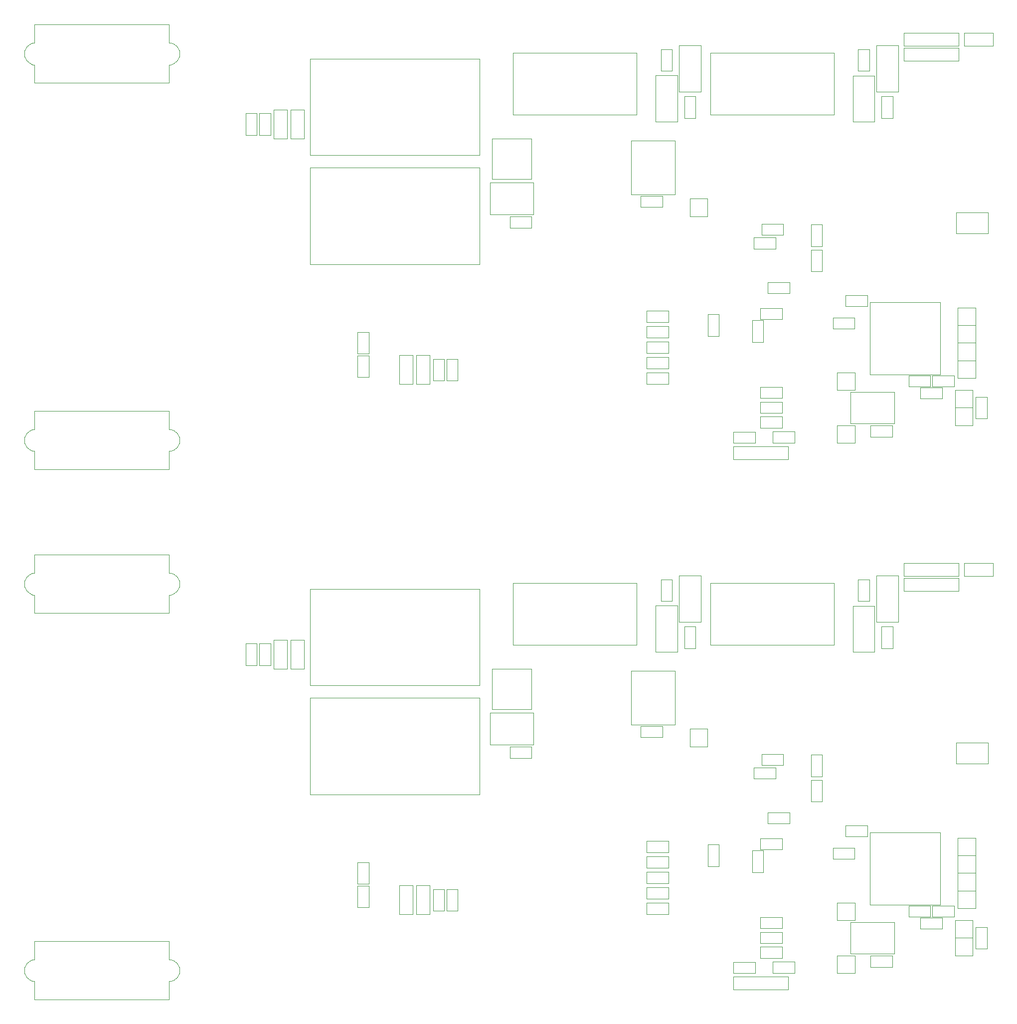
<source format=gbr>
G04 #@! TF.GenerationSoftware,KiCad,Pcbnew,5.1.4*
G04 #@! TF.CreationDate,2019-10-29T22:35:46-03:00*
G04 #@! TF.ProjectId,MCB19_panel,4d434231-395f-4706-916e-656c2e6b6963,rev?*
G04 #@! TF.SameCoordinates,Original*
G04 #@! TF.FileFunction,Other,User*
%FSLAX46Y46*%
G04 Gerber Fmt 4.6, Leading zero omitted, Abs format (unit mm)*
G04 Created by KiCad (PCBNEW 5.1.4) date 2019-10-29 22:35:46*
%MOMM*%
%LPD*%
G04 APERTURE LIST*
%ADD10C,0.050000*%
G04 APERTURE END LIST*
D10*
X168255000Y-162410000D02*
X168255000Y-164310000D01*
X168255000Y-164310000D02*
X171955000Y-164310000D01*
X171955000Y-164310000D02*
X171955000Y-162410000D01*
X171955000Y-162410000D02*
X168255000Y-162410000D01*
X110060000Y-128250000D02*
X107820000Y-128250000D01*
X107820000Y-128250000D02*
X107820000Y-133150000D01*
X107820000Y-133150000D02*
X110060000Y-133150000D01*
X110060000Y-133150000D02*
X110060000Y-128250000D01*
X149080000Y-140660000D02*
X149080000Y-146060000D01*
X149080000Y-146060000D02*
X141680000Y-146060000D01*
X141680000Y-146060000D02*
X141680000Y-140660000D01*
X141680000Y-140660000D02*
X149080000Y-140660000D01*
X168255000Y-167660000D02*
X168255000Y-169560000D01*
X168255000Y-169560000D02*
X171955000Y-169560000D01*
X171955000Y-169560000D02*
X171955000Y-167660000D01*
X171955000Y-167660000D02*
X168255000Y-167660000D01*
X107190000Y-128250000D02*
X104950000Y-128250000D01*
X104950000Y-128250000D02*
X104950000Y-133150000D01*
X104950000Y-133150000D02*
X107190000Y-133150000D01*
X107190000Y-133150000D02*
X107190000Y-128250000D01*
X64290000Y-179410000D02*
X64290000Y-182510000D01*
X87190000Y-179410000D02*
X64290000Y-179410000D01*
X64290000Y-189310000D02*
X87190000Y-189310000D01*
X64290000Y-186210000D02*
X64290000Y-189310000D01*
X87190000Y-186210000D02*
X87190000Y-189310000D01*
X87190000Y-182510000D02*
X87190000Y-179410000D01*
X87190000Y-186210000D02*
X87440000Y-186210000D01*
X88890000Y-183910000D02*
X88890000Y-184810000D01*
X88890000Y-184810000D02*
X88490000Y-185610000D01*
X88490000Y-185610000D02*
X87790000Y-186110000D01*
X87790000Y-186110000D02*
X87440000Y-186210000D01*
X87190000Y-182510000D02*
X87440000Y-182510000D01*
X87440000Y-182510000D02*
X87790000Y-182610000D01*
X87790000Y-182610000D02*
X88490000Y-183110000D01*
X88490000Y-183110000D02*
X88890000Y-183910000D01*
X64290000Y-186210000D02*
X64040000Y-186210000D01*
X64040000Y-186210000D02*
X63690000Y-186110000D01*
X63690000Y-186110000D02*
X62990000Y-185610000D01*
X62590000Y-184810000D02*
X62590000Y-183910000D01*
X62990000Y-183110000D02*
X63690000Y-182610000D01*
X63690000Y-182610000D02*
X64040000Y-182510000D01*
X64040000Y-182510000D02*
X64290000Y-182510000D01*
X62990000Y-183110000D02*
X62590000Y-183910000D01*
X62590000Y-184810000D02*
X62990000Y-185610000D01*
X142030000Y-133160000D02*
X142030000Y-140060000D01*
X142030000Y-140060000D02*
X148730000Y-140060000D01*
X148730000Y-140060000D02*
X148730000Y-133160000D01*
X148730000Y-133160000D02*
X142030000Y-133160000D01*
X102090000Y-128900000D02*
X100190000Y-128900000D01*
X100190000Y-128900000D02*
X100190000Y-132600000D01*
X100190000Y-132600000D02*
X102090000Y-132600000D01*
X102090000Y-132600000D02*
X102090000Y-128900000D01*
X203630000Y-175860000D02*
X203630000Y-172860000D01*
X203630000Y-175860000D02*
X200630000Y-175860000D01*
X200630000Y-172860000D02*
X203630000Y-172860000D01*
X200630000Y-172860000D02*
X200630000Y-175860000D01*
X224130000Y-170860000D02*
X224130000Y-167860000D01*
X224130000Y-170860000D02*
X221130000Y-170860000D01*
X221130000Y-167860000D02*
X224130000Y-167860000D01*
X221130000Y-167860000D02*
X221130000Y-170860000D01*
X224130000Y-167860000D02*
X224130000Y-164860000D01*
X224130000Y-167860000D02*
X221130000Y-167860000D01*
X221130000Y-164860000D02*
X224130000Y-164860000D01*
X221130000Y-164860000D02*
X221130000Y-167860000D01*
X203630000Y-184860000D02*
X203630000Y-181860000D01*
X203630000Y-184860000D02*
X200630000Y-184860000D01*
X200630000Y-181860000D02*
X203630000Y-181860000D01*
X200630000Y-181860000D02*
X200630000Y-184860000D01*
X178630000Y-143360000D02*
X175630000Y-143360000D01*
X178630000Y-143360000D02*
X178630000Y-146360000D01*
X175630000Y-146360000D02*
X175630000Y-143360000D01*
X175630000Y-146360000D02*
X178630000Y-146360000D01*
X223630000Y-175860000D02*
X220630000Y-175860000D01*
X223630000Y-175860000D02*
X223630000Y-178860000D01*
X220630000Y-178860000D02*
X220630000Y-175860000D01*
X220630000Y-178860000D02*
X223630000Y-178860000D01*
X220630000Y-181860000D02*
X223630000Y-181860000D01*
X220630000Y-181860000D02*
X220630000Y-178860000D01*
X223630000Y-178860000D02*
X223630000Y-181860000D01*
X223630000Y-178860000D02*
X220630000Y-178860000D01*
X224130000Y-164860000D02*
X224130000Y-161860000D01*
X224130000Y-164860000D02*
X221130000Y-164860000D01*
X221130000Y-161860000D02*
X224130000Y-161860000D01*
X221130000Y-161860000D02*
X221130000Y-164860000D01*
X224130000Y-173860000D02*
X224130000Y-170860000D01*
X224130000Y-173860000D02*
X221130000Y-173860000D01*
X221130000Y-170860000D02*
X224130000Y-170860000D01*
X221130000Y-170860000D02*
X221130000Y-173860000D01*
X191306000Y-175314000D02*
X187606000Y-175314000D01*
X191306000Y-177214000D02*
X191306000Y-175314000D01*
X187606000Y-177214000D02*
X191306000Y-177214000D01*
X187606000Y-175314000D02*
X187606000Y-177214000D01*
X191306000Y-177854000D02*
X187606000Y-177854000D01*
X191306000Y-179754000D02*
X191306000Y-177854000D01*
X187606000Y-179754000D02*
X191306000Y-179754000D01*
X187606000Y-177854000D02*
X187606000Y-179754000D01*
X193400000Y-182910000D02*
X189700000Y-182910000D01*
X193400000Y-184810000D02*
X193400000Y-182910000D01*
X189700000Y-184810000D02*
X193400000Y-184810000D01*
X189700000Y-182910000D02*
X189700000Y-184810000D01*
X226080000Y-180710000D02*
X226080000Y-177010000D01*
X224180000Y-180710000D02*
X226080000Y-180710000D01*
X224180000Y-177010000D02*
X224180000Y-180710000D01*
X226080000Y-177010000D02*
X224180000Y-177010000D01*
X206280000Y-183810000D02*
X209980000Y-183810000D01*
X206280000Y-181910000D02*
X206280000Y-183810000D01*
X209980000Y-181910000D02*
X206280000Y-181910000D01*
X209980000Y-183810000D02*
X209980000Y-181910000D01*
X220480000Y-173410000D02*
X216780000Y-173410000D01*
X220480000Y-175310000D02*
X220480000Y-173410000D01*
X216780000Y-175310000D02*
X220480000Y-175310000D01*
X216780000Y-173410000D02*
X216780000Y-175310000D01*
X202900000Y-176160000D02*
X210360000Y-176160000D01*
X202900000Y-181560000D02*
X210360000Y-181560000D01*
X210360000Y-181560000D02*
X210360000Y-176160000D01*
X202900000Y-181560000D02*
X202900000Y-176160000D01*
X211980000Y-115260000D02*
X211980000Y-117460000D01*
X221280000Y-115260000D02*
X211980000Y-115260000D01*
X221280000Y-117460000D02*
X221280000Y-115260000D01*
X211980000Y-117460000D02*
X221280000Y-117460000D01*
X192330000Y-187610000D02*
X192330000Y-185410000D01*
X183030000Y-187610000D02*
X192330000Y-187610000D01*
X183030000Y-185410000D02*
X183030000Y-187610000D01*
X192330000Y-185410000D02*
X183030000Y-185410000D01*
X174680000Y-125985000D02*
X174680000Y-129685000D01*
X176580000Y-125985000D02*
X174680000Y-125985000D01*
X176580000Y-129685000D02*
X176580000Y-125985000D01*
X174680000Y-129685000D02*
X176580000Y-129685000D01*
X172580000Y-121710000D02*
X172580000Y-118010000D01*
X170680000Y-121710000D02*
X172580000Y-121710000D01*
X170680000Y-118010000D02*
X170680000Y-121710000D01*
X172580000Y-118010000D02*
X170680000Y-118010000D01*
X183030000Y-184860000D02*
X186730000Y-184860000D01*
X183030000Y-182960000D02*
X183030000Y-184860000D01*
X186730000Y-182960000D02*
X183030000Y-182960000D01*
X186730000Y-184860000D02*
X186730000Y-182960000D01*
X187606000Y-163879000D02*
X191306000Y-163879000D01*
X187606000Y-161979000D02*
X187606000Y-163879000D01*
X191306000Y-161979000D02*
X187606000Y-161979000D01*
X191306000Y-163879000D02*
X191306000Y-161979000D01*
X192576000Y-157534000D02*
X188876000Y-157534000D01*
X192576000Y-159434000D02*
X192576000Y-157534000D01*
X188876000Y-159434000D02*
X192576000Y-159434000D01*
X188876000Y-157534000D02*
X188876000Y-159434000D01*
X178680000Y-163010000D02*
X178680000Y-166710000D01*
X180580000Y-163010000D02*
X178680000Y-163010000D01*
X180580000Y-166710000D02*
X180580000Y-163010000D01*
X178680000Y-166710000D02*
X180580000Y-166710000D01*
X186180000Y-164010000D02*
X186180000Y-167710000D01*
X188080000Y-164010000D02*
X186180000Y-164010000D01*
X188080000Y-167710000D02*
X188080000Y-164010000D01*
X186180000Y-167710000D02*
X188080000Y-167710000D01*
X214780000Y-177310000D02*
X218480000Y-177310000D01*
X214780000Y-175410000D02*
X214780000Y-177310000D01*
X218480000Y-175410000D02*
X214780000Y-175410000D01*
X218480000Y-177310000D02*
X218480000Y-175410000D01*
X205754000Y-159776000D02*
X202054000Y-159776000D01*
X205754000Y-161676000D02*
X205754000Y-159776000D01*
X202054000Y-161676000D02*
X205754000Y-161676000D01*
X202054000Y-159776000D02*
X202054000Y-161676000D01*
X199904000Y-165486000D02*
X203604000Y-165486000D01*
X199904000Y-163586000D02*
X199904000Y-165486000D01*
X203604000Y-163586000D02*
X199904000Y-163586000D01*
X203604000Y-165486000D02*
X203604000Y-163586000D01*
X212780000Y-175310000D02*
X216480000Y-175310000D01*
X212780000Y-173410000D02*
X212780000Y-175310000D01*
X216480000Y-173410000D02*
X212780000Y-173410000D01*
X216480000Y-175310000D02*
X216480000Y-173410000D01*
X198080000Y-151475000D02*
X198080000Y-147775000D01*
X196180000Y-151475000D02*
X198080000Y-151475000D01*
X196180000Y-147775000D02*
X196180000Y-151475000D01*
X198080000Y-147775000D02*
X196180000Y-147775000D01*
X227080000Y-115240000D02*
X222180000Y-115240000D01*
X227080000Y-117480000D02*
X227080000Y-115240000D01*
X222180000Y-117480000D02*
X227080000Y-117480000D01*
X222180000Y-115240000D02*
X222180000Y-117480000D01*
X220880000Y-149260000D02*
X226280000Y-149260000D01*
X226280000Y-149260000D02*
X226280000Y-145760000D01*
X226280000Y-145760000D02*
X220880000Y-145760000D01*
X220880000Y-145760000D02*
X220880000Y-149260000D01*
X145604000Y-118610000D02*
X166564000Y-118610000D01*
X166564000Y-118610000D02*
X166564000Y-129110000D01*
X166564000Y-129110000D02*
X145604000Y-129110000D01*
X145604000Y-129110000D02*
X145604000Y-118610000D01*
X169780000Y-130280000D02*
X173480000Y-130280000D01*
X173480000Y-130280000D02*
X173480000Y-122440000D01*
X173480000Y-122440000D02*
X169780000Y-122440000D01*
X169780000Y-122440000D02*
X169780000Y-130280000D01*
X177480000Y-125230000D02*
X177480000Y-117390000D01*
X173780000Y-125230000D02*
X177480000Y-125230000D01*
X173780000Y-117390000D02*
X173780000Y-125230000D01*
X177480000Y-117390000D02*
X173780000Y-117390000D01*
X190155000Y-149960000D02*
X186455000Y-149960000D01*
X190155000Y-151860000D02*
X190155000Y-149960000D01*
X186455000Y-151860000D02*
X190155000Y-151860000D01*
X186455000Y-149960000D02*
X186455000Y-151860000D01*
X187780000Y-149560000D02*
X191480000Y-149560000D01*
X187780000Y-147660000D02*
X187780000Y-149560000D01*
X191480000Y-147660000D02*
X187780000Y-147660000D01*
X191480000Y-149560000D02*
X191480000Y-147660000D01*
X196180000Y-152035000D02*
X196180000Y-155735000D01*
X198080000Y-152035000D02*
X196180000Y-152035000D01*
X198080000Y-155735000D02*
X198080000Y-152035000D01*
X196180000Y-155735000D02*
X198080000Y-155735000D01*
X179104000Y-129110000D02*
X179104000Y-118610000D01*
X200064000Y-129110000D02*
X179104000Y-129110000D01*
X200064000Y-118610000D02*
X200064000Y-129110000D01*
X179104000Y-118610000D02*
X200064000Y-118610000D01*
X211980000Y-117760000D02*
X211980000Y-119960000D01*
X221280000Y-117760000D02*
X211980000Y-117760000D01*
X221280000Y-119960000D02*
X221280000Y-117760000D01*
X211980000Y-119960000D02*
X221280000Y-119960000D01*
X210980000Y-125230000D02*
X210980000Y-117390000D01*
X207280000Y-125230000D02*
X210980000Y-125230000D01*
X207280000Y-117390000D02*
X207280000Y-125230000D01*
X210980000Y-117390000D02*
X207280000Y-117390000D01*
X203280000Y-130330000D02*
X206980000Y-130330000D01*
X206980000Y-130330000D02*
X206980000Y-122490000D01*
X206980000Y-122490000D02*
X203280000Y-122490000D01*
X203280000Y-122490000D02*
X203280000Y-130330000D01*
X206080000Y-121710000D02*
X206080000Y-118010000D01*
X204180000Y-121710000D02*
X206080000Y-121710000D01*
X204180000Y-118010000D02*
X204180000Y-121710000D01*
X206080000Y-118010000D02*
X204180000Y-118010000D01*
X208180000Y-129735000D02*
X210080000Y-129735000D01*
X210080000Y-129735000D02*
X210080000Y-126035000D01*
X210080000Y-126035000D02*
X208180000Y-126035000D01*
X208180000Y-126035000D02*
X208180000Y-129735000D01*
X171955000Y-172185000D02*
X171955000Y-170285000D01*
X171955000Y-170285000D02*
X168255000Y-170285000D01*
X168255000Y-170285000D02*
X168255000Y-172185000D01*
X168255000Y-172185000D02*
X171955000Y-172185000D01*
X111130000Y-136010000D02*
X111130000Y-119610000D01*
X139910000Y-136010000D02*
X111130000Y-136010000D01*
X139910000Y-119610000D02*
X139910000Y-136010000D01*
X111130000Y-119610000D02*
X139910000Y-119610000D01*
X119180000Y-173685000D02*
X121080000Y-173685000D01*
X121080000Y-173685000D02*
X121080000Y-169985000D01*
X121080000Y-169985000D02*
X119180000Y-169985000D01*
X119180000Y-169985000D02*
X119180000Y-173685000D01*
X187580000Y-182260000D02*
X191280000Y-182260000D01*
X187580000Y-180360000D02*
X187580000Y-182260000D01*
X191280000Y-180360000D02*
X187580000Y-180360000D01*
X191280000Y-182260000D02*
X191280000Y-180360000D01*
X165680000Y-142690000D02*
X165680000Y-133530000D01*
X165680000Y-133530000D02*
X173080000Y-133530000D01*
X173080000Y-133530000D02*
X173080000Y-142690000D01*
X173080000Y-142690000D02*
X165680000Y-142690000D01*
X206209000Y-160926000D02*
X218109000Y-160926000D01*
X206209000Y-173226000D02*
X218109000Y-173226000D01*
X218109000Y-173226000D02*
X218109000Y-160926000D01*
X206209000Y-173226000D02*
X206209000Y-160926000D01*
X171955000Y-174810000D02*
X171955000Y-172910000D01*
X171955000Y-172910000D02*
X168255000Y-172910000D01*
X168255000Y-172910000D02*
X168255000Y-174810000D01*
X168255000Y-174810000D02*
X171955000Y-174810000D01*
X168255000Y-165035000D02*
X168255000Y-166935000D01*
X168255000Y-166935000D02*
X171955000Y-166935000D01*
X171955000Y-166935000D02*
X171955000Y-165035000D01*
X171955000Y-165035000D02*
X168255000Y-165035000D01*
X111130000Y-154510000D02*
X111130000Y-138110000D01*
X139910000Y-154510000D02*
X111130000Y-154510000D01*
X139910000Y-138110000D02*
X139910000Y-154510000D01*
X111130000Y-138110000D02*
X139910000Y-138110000D01*
X148730000Y-148310000D02*
X148730000Y-146410000D01*
X148730000Y-146410000D02*
X145030000Y-146410000D01*
X145030000Y-146410000D02*
X145030000Y-148310000D01*
X145030000Y-148310000D02*
X148730000Y-148310000D01*
X121080000Y-166010000D02*
X119180000Y-166010000D01*
X119180000Y-166010000D02*
X119180000Y-169710000D01*
X119180000Y-169710000D02*
X121080000Y-169710000D01*
X121080000Y-169710000D02*
X121080000Y-166010000D01*
X170955000Y-144810000D02*
X170955000Y-142910000D01*
X170955000Y-142910000D02*
X167255000Y-142910000D01*
X167255000Y-142910000D02*
X167255000Y-144810000D01*
X167255000Y-144810000D02*
X170955000Y-144810000D01*
X87190000Y-123720000D02*
X87190000Y-120620000D01*
X64290000Y-123720000D02*
X87190000Y-123720000D01*
X87190000Y-113820000D02*
X64290000Y-113820000D01*
X87190000Y-116920000D02*
X87190000Y-113820000D01*
X64290000Y-116920000D02*
X64290000Y-113820000D01*
X64290000Y-120620000D02*
X64290000Y-123720000D01*
X64290000Y-116920000D02*
X64040000Y-116920000D01*
X62590000Y-119220000D02*
X62590000Y-118320000D01*
X62590000Y-118320000D02*
X62990000Y-117520000D01*
X62990000Y-117520000D02*
X63690000Y-117020000D01*
X63690000Y-117020000D02*
X64040000Y-116920000D01*
X64290000Y-120620000D02*
X64040000Y-120620000D01*
X64040000Y-120620000D02*
X63690000Y-120520000D01*
X63690000Y-120520000D02*
X62990000Y-120020000D01*
X62990000Y-120020000D02*
X62590000Y-119220000D01*
X87190000Y-116920000D02*
X87440000Y-116920000D01*
X87440000Y-116920000D02*
X87790000Y-117020000D01*
X87790000Y-117020000D02*
X88490000Y-117520000D01*
X88890000Y-118320000D02*
X88890000Y-119220000D01*
X88490000Y-120020000D02*
X87790000Y-120520000D01*
X87790000Y-120520000D02*
X87440000Y-120620000D01*
X87440000Y-120620000D02*
X87190000Y-120620000D01*
X88490000Y-120020000D02*
X88890000Y-119220000D01*
X88890000Y-118320000D02*
X88490000Y-117520000D01*
X131984999Y-174290000D02*
X133884999Y-174290000D01*
X133884999Y-174290000D02*
X133884999Y-170590000D01*
X133884999Y-170590000D02*
X131984999Y-170590000D01*
X131984999Y-170590000D02*
X131984999Y-174290000D01*
X134280000Y-174290000D02*
X136180000Y-174290000D01*
X136180000Y-174290000D02*
X136180000Y-170590000D01*
X136180000Y-170590000D02*
X134280000Y-170590000D01*
X134280000Y-170590000D02*
X134280000Y-174290000D01*
X126310000Y-174860000D02*
X128550000Y-174860000D01*
X128550000Y-174860000D02*
X128550000Y-169960000D01*
X128550000Y-169960000D02*
X126310000Y-169960000D01*
X126310000Y-169960000D02*
X126310000Y-174860000D01*
X129180000Y-174860000D02*
X131420000Y-174860000D01*
X131420000Y-174860000D02*
X131420000Y-169960000D01*
X131420000Y-169960000D02*
X129180000Y-169960000D01*
X129180000Y-169960000D02*
X129180000Y-174860000D01*
X104385001Y-128900000D02*
X102485001Y-128900000D01*
X102485001Y-128900000D02*
X102485001Y-132600000D01*
X102485001Y-132600000D02*
X104385001Y-132600000D01*
X104385001Y-132600000D02*
X104385001Y-128900000D01*
X62590000Y-94810000D02*
X62990000Y-95610000D01*
X62990000Y-93110000D02*
X62590000Y-93910000D01*
X64040000Y-92510000D02*
X64290000Y-92510000D01*
X63690000Y-92610000D02*
X64040000Y-92510000D01*
X62990000Y-93110000D02*
X63690000Y-92610000D01*
X62590000Y-94810000D02*
X62590000Y-93910000D01*
X63690000Y-96110000D02*
X62990000Y-95610000D01*
X64040000Y-96210000D02*
X63690000Y-96110000D01*
X64290000Y-96210000D02*
X64040000Y-96210000D01*
X88490000Y-93110000D02*
X88890000Y-93910000D01*
X87790000Y-92610000D02*
X88490000Y-93110000D01*
X87440000Y-92510000D02*
X87790000Y-92610000D01*
X87190000Y-92510000D02*
X87440000Y-92510000D01*
X87790000Y-96110000D02*
X87440000Y-96210000D01*
X88490000Y-95610000D02*
X87790000Y-96110000D01*
X88890000Y-94810000D02*
X88490000Y-95610000D01*
X88890000Y-93910000D02*
X88890000Y-94810000D01*
X87190000Y-96210000D02*
X87440000Y-96210000D01*
X87190000Y-92510000D02*
X87190000Y-89410000D01*
X87190000Y-96210000D02*
X87190000Y-99310000D01*
X64290000Y-96210000D02*
X64290000Y-99310000D01*
X64290000Y-99310000D02*
X87190000Y-99310000D01*
X87190000Y-89410000D02*
X64290000Y-89410000D01*
X64290000Y-89410000D02*
X64290000Y-92510000D01*
X88890000Y-28320000D02*
X88490000Y-27520000D01*
X88490000Y-30020000D02*
X88890000Y-29220000D01*
X87440000Y-30620000D02*
X87190000Y-30620000D01*
X87790000Y-30520000D02*
X87440000Y-30620000D01*
X88490000Y-30020000D02*
X87790000Y-30520000D01*
X88890000Y-28320000D02*
X88890000Y-29220000D01*
X87790000Y-27020000D02*
X88490000Y-27520000D01*
X87440000Y-26920000D02*
X87790000Y-27020000D01*
X87190000Y-26920000D02*
X87440000Y-26920000D01*
X62990000Y-30020000D02*
X62590000Y-29220000D01*
X63690000Y-30520000D02*
X62990000Y-30020000D01*
X64040000Y-30620000D02*
X63690000Y-30520000D01*
X64290000Y-30620000D02*
X64040000Y-30620000D01*
X63690000Y-27020000D02*
X64040000Y-26920000D01*
X62990000Y-27520000D02*
X63690000Y-27020000D01*
X62590000Y-28320000D02*
X62990000Y-27520000D01*
X62590000Y-29220000D02*
X62590000Y-28320000D01*
X64290000Y-26920000D02*
X64040000Y-26920000D01*
X64290000Y-30620000D02*
X64290000Y-33720000D01*
X64290000Y-26920000D02*
X64290000Y-23820000D01*
X87190000Y-26920000D02*
X87190000Y-23820000D01*
X87190000Y-23820000D02*
X64290000Y-23820000D01*
X64290000Y-33720000D02*
X87190000Y-33720000D01*
X87190000Y-33720000D02*
X87190000Y-30620000D01*
X131984999Y-80590000D02*
X131984999Y-84290000D01*
X133884999Y-80590000D02*
X131984999Y-80590000D01*
X133884999Y-84290000D02*
X133884999Y-80590000D01*
X131984999Y-84290000D02*
X133884999Y-84290000D01*
X134280000Y-80590000D02*
X134280000Y-84290000D01*
X136180000Y-80590000D02*
X134280000Y-80590000D01*
X136180000Y-84290000D02*
X136180000Y-80590000D01*
X134280000Y-84290000D02*
X136180000Y-84290000D01*
X126310000Y-79960000D02*
X126310000Y-84860000D01*
X128550000Y-79960000D02*
X126310000Y-79960000D01*
X128550000Y-84860000D02*
X128550000Y-79960000D01*
X126310000Y-84860000D02*
X128550000Y-84860000D01*
X129180000Y-79960000D02*
X129180000Y-84860000D01*
X131420000Y-79960000D02*
X129180000Y-79960000D01*
X131420000Y-84860000D02*
X131420000Y-79960000D01*
X129180000Y-84860000D02*
X131420000Y-84860000D01*
X104385001Y-42600000D02*
X104385001Y-38900000D01*
X102485001Y-42600000D02*
X104385001Y-42600000D01*
X102485001Y-38900000D02*
X102485001Y-42600000D01*
X104385001Y-38900000D02*
X102485001Y-38900000D01*
X102090000Y-42600000D02*
X102090000Y-38900000D01*
X100190000Y-42600000D02*
X102090000Y-42600000D01*
X100190000Y-38900000D02*
X100190000Y-42600000D01*
X102090000Y-38900000D02*
X100190000Y-38900000D01*
X107190000Y-43150000D02*
X107190000Y-38250000D01*
X104950000Y-43150000D02*
X107190000Y-43150000D01*
X104950000Y-38250000D02*
X104950000Y-43150000D01*
X107190000Y-38250000D02*
X104950000Y-38250000D01*
X110060000Y-43150000D02*
X110060000Y-38250000D01*
X107820000Y-43150000D02*
X110060000Y-43150000D01*
X107820000Y-38250000D02*
X107820000Y-43150000D01*
X110060000Y-38250000D02*
X107820000Y-38250000D01*
X141680000Y-50660000D02*
X149080000Y-50660000D01*
X141680000Y-56060000D02*
X141680000Y-50660000D01*
X149080000Y-56060000D02*
X141680000Y-56060000D01*
X149080000Y-50660000D02*
X149080000Y-56060000D01*
X148730000Y-43160000D02*
X142030000Y-43160000D01*
X148730000Y-50060000D02*
X148730000Y-43160000D01*
X142030000Y-50060000D02*
X148730000Y-50060000D01*
X142030000Y-43160000D02*
X142030000Y-50060000D01*
X206209000Y-83226000D02*
X206209000Y-70926000D01*
X218109000Y-83226000D02*
X218109000Y-70926000D01*
X206209000Y-83226000D02*
X218109000Y-83226000D01*
X206209000Y-70926000D02*
X218109000Y-70926000D01*
X171955000Y-77660000D02*
X168255000Y-77660000D01*
X171955000Y-79560000D02*
X171955000Y-77660000D01*
X168255000Y-79560000D02*
X171955000Y-79560000D01*
X168255000Y-77660000D02*
X168255000Y-79560000D01*
X167255000Y-54810000D02*
X170955000Y-54810000D01*
X167255000Y-52910000D02*
X167255000Y-54810000D01*
X170955000Y-52910000D02*
X167255000Y-52910000D01*
X170955000Y-54810000D02*
X170955000Y-52910000D01*
X145030000Y-58310000D02*
X148730000Y-58310000D01*
X145030000Y-56410000D02*
X145030000Y-58310000D01*
X148730000Y-56410000D02*
X145030000Y-56410000D01*
X148730000Y-58310000D02*
X148730000Y-56410000D01*
X111130000Y-29610000D02*
X139910000Y-29610000D01*
X139910000Y-29610000D02*
X139910000Y-46010000D01*
X139910000Y-46010000D02*
X111130000Y-46010000D01*
X111130000Y-46010000D02*
X111130000Y-29610000D01*
X111130000Y-48110000D02*
X139910000Y-48110000D01*
X139910000Y-48110000D02*
X139910000Y-64510000D01*
X139910000Y-64510000D02*
X111130000Y-64510000D01*
X111130000Y-64510000D02*
X111130000Y-48110000D01*
X173080000Y-52690000D02*
X165680000Y-52690000D01*
X173080000Y-43530000D02*
X173080000Y-52690000D01*
X165680000Y-43530000D02*
X173080000Y-43530000D01*
X165680000Y-52690000D02*
X165680000Y-43530000D01*
X119180000Y-79985000D02*
X119180000Y-83685000D01*
X121080000Y-79985000D02*
X119180000Y-79985000D01*
X121080000Y-83685000D02*
X121080000Y-79985000D01*
X119180000Y-83685000D02*
X121080000Y-83685000D01*
X121080000Y-79710000D02*
X121080000Y-76010000D01*
X119180000Y-79710000D02*
X121080000Y-79710000D01*
X119180000Y-76010000D02*
X119180000Y-79710000D01*
X121080000Y-76010000D02*
X119180000Y-76010000D01*
X171955000Y-75035000D02*
X168255000Y-75035000D01*
X171955000Y-76935000D02*
X171955000Y-75035000D01*
X168255000Y-76935000D02*
X171955000Y-76935000D01*
X168255000Y-75035000D02*
X168255000Y-76935000D01*
X168255000Y-84810000D02*
X171955000Y-84810000D01*
X168255000Y-82910000D02*
X168255000Y-84810000D01*
X171955000Y-82910000D02*
X168255000Y-82910000D01*
X171955000Y-84810000D02*
X171955000Y-82910000D01*
X171955000Y-72410000D02*
X168255000Y-72410000D01*
X171955000Y-74310000D02*
X171955000Y-72410000D01*
X168255000Y-74310000D02*
X171955000Y-74310000D01*
X168255000Y-72410000D02*
X168255000Y-74310000D01*
X168255000Y-82185000D02*
X171955000Y-82185000D01*
X168255000Y-80285000D02*
X168255000Y-82185000D01*
X171955000Y-80285000D02*
X168255000Y-80285000D01*
X171955000Y-82185000D02*
X171955000Y-80285000D01*
X208180000Y-36035000D02*
X208180000Y-39735000D01*
X210080000Y-36035000D02*
X208180000Y-36035000D01*
X210080000Y-39735000D02*
X210080000Y-36035000D01*
X208180000Y-39735000D02*
X210080000Y-39735000D01*
X206080000Y-28010000D02*
X204180000Y-28010000D01*
X204180000Y-28010000D02*
X204180000Y-31710000D01*
X204180000Y-31710000D02*
X206080000Y-31710000D01*
X206080000Y-31710000D02*
X206080000Y-28010000D01*
X203280000Y-32490000D02*
X203280000Y-40330000D01*
X206980000Y-32490000D02*
X203280000Y-32490000D01*
X206980000Y-40330000D02*
X206980000Y-32490000D01*
X203280000Y-40330000D02*
X206980000Y-40330000D01*
X210980000Y-27390000D02*
X207280000Y-27390000D01*
X207280000Y-27390000D02*
X207280000Y-35230000D01*
X207280000Y-35230000D02*
X210980000Y-35230000D01*
X210980000Y-35230000D02*
X210980000Y-27390000D01*
X211980000Y-29960000D02*
X221280000Y-29960000D01*
X221280000Y-29960000D02*
X221280000Y-27760000D01*
X221280000Y-27760000D02*
X211980000Y-27760000D01*
X211980000Y-27760000D02*
X211980000Y-29960000D01*
X179104000Y-28610000D02*
X200064000Y-28610000D01*
X200064000Y-28610000D02*
X200064000Y-39110000D01*
X200064000Y-39110000D02*
X179104000Y-39110000D01*
X179104000Y-39110000D02*
X179104000Y-28610000D01*
X191280000Y-92260000D02*
X191280000Y-90360000D01*
X191280000Y-90360000D02*
X187580000Y-90360000D01*
X187580000Y-90360000D02*
X187580000Y-92260000D01*
X187580000Y-92260000D02*
X191280000Y-92260000D01*
X196180000Y-65735000D02*
X198080000Y-65735000D01*
X198080000Y-65735000D02*
X198080000Y-62035000D01*
X198080000Y-62035000D02*
X196180000Y-62035000D01*
X196180000Y-62035000D02*
X196180000Y-65735000D01*
X191480000Y-59560000D02*
X191480000Y-57660000D01*
X191480000Y-57660000D02*
X187780000Y-57660000D01*
X187780000Y-57660000D02*
X187780000Y-59560000D01*
X187780000Y-59560000D02*
X191480000Y-59560000D01*
X186455000Y-59960000D02*
X186455000Y-61860000D01*
X186455000Y-61860000D02*
X190155000Y-61860000D01*
X190155000Y-61860000D02*
X190155000Y-59960000D01*
X190155000Y-59960000D02*
X186455000Y-59960000D01*
X177480000Y-27390000D02*
X173780000Y-27390000D01*
X173780000Y-27390000D02*
X173780000Y-35230000D01*
X173780000Y-35230000D02*
X177480000Y-35230000D01*
X177480000Y-35230000D02*
X177480000Y-27390000D01*
X169780000Y-32440000D02*
X169780000Y-40280000D01*
X173480000Y-32440000D02*
X169780000Y-32440000D01*
X173480000Y-40280000D02*
X173480000Y-32440000D01*
X169780000Y-40280000D02*
X173480000Y-40280000D01*
X145604000Y-39110000D02*
X145604000Y-28610000D01*
X166564000Y-39110000D02*
X145604000Y-39110000D01*
X166564000Y-28610000D02*
X166564000Y-39110000D01*
X145604000Y-28610000D02*
X166564000Y-28610000D01*
X220880000Y-55760000D02*
X220880000Y-59260000D01*
X226280000Y-55760000D02*
X220880000Y-55760000D01*
X226280000Y-59260000D02*
X226280000Y-55760000D01*
X220880000Y-59260000D02*
X226280000Y-59260000D01*
X222180000Y-25240000D02*
X222180000Y-27480000D01*
X222180000Y-27480000D02*
X227080000Y-27480000D01*
X227080000Y-27480000D02*
X227080000Y-25240000D01*
X227080000Y-25240000D02*
X222180000Y-25240000D01*
X198080000Y-57775000D02*
X196180000Y-57775000D01*
X196180000Y-57775000D02*
X196180000Y-61475000D01*
X196180000Y-61475000D02*
X198080000Y-61475000D01*
X198080000Y-61475000D02*
X198080000Y-57775000D01*
X216480000Y-85310000D02*
X216480000Y-83410000D01*
X216480000Y-83410000D02*
X212780000Y-83410000D01*
X212780000Y-83410000D02*
X212780000Y-85310000D01*
X212780000Y-85310000D02*
X216480000Y-85310000D01*
X203604000Y-75486000D02*
X203604000Y-73586000D01*
X203604000Y-73586000D02*
X199904000Y-73586000D01*
X199904000Y-73586000D02*
X199904000Y-75486000D01*
X199904000Y-75486000D02*
X203604000Y-75486000D01*
X202054000Y-69776000D02*
X202054000Y-71676000D01*
X202054000Y-71676000D02*
X205754000Y-71676000D01*
X205754000Y-71676000D02*
X205754000Y-69776000D01*
X205754000Y-69776000D02*
X202054000Y-69776000D01*
X218480000Y-87310000D02*
X218480000Y-85410000D01*
X218480000Y-85410000D02*
X214780000Y-85410000D01*
X214780000Y-85410000D02*
X214780000Y-87310000D01*
X214780000Y-87310000D02*
X218480000Y-87310000D01*
X186180000Y-77710000D02*
X188080000Y-77710000D01*
X188080000Y-77710000D02*
X188080000Y-74010000D01*
X188080000Y-74010000D02*
X186180000Y-74010000D01*
X186180000Y-74010000D02*
X186180000Y-77710000D01*
X178680000Y-76710000D02*
X180580000Y-76710000D01*
X180580000Y-76710000D02*
X180580000Y-73010000D01*
X180580000Y-73010000D02*
X178680000Y-73010000D01*
X178680000Y-73010000D02*
X178680000Y-76710000D01*
X188876000Y-67534000D02*
X188876000Y-69434000D01*
X188876000Y-69434000D02*
X192576000Y-69434000D01*
X192576000Y-69434000D02*
X192576000Y-67534000D01*
X192576000Y-67534000D02*
X188876000Y-67534000D01*
X191306000Y-73879000D02*
X191306000Y-71979000D01*
X191306000Y-71979000D02*
X187606000Y-71979000D01*
X187606000Y-71979000D02*
X187606000Y-73879000D01*
X187606000Y-73879000D02*
X191306000Y-73879000D01*
X186730000Y-94860000D02*
X186730000Y-92960000D01*
X186730000Y-92960000D02*
X183030000Y-92960000D01*
X183030000Y-92960000D02*
X183030000Y-94860000D01*
X183030000Y-94860000D02*
X186730000Y-94860000D01*
X172580000Y-28010000D02*
X170680000Y-28010000D01*
X170680000Y-28010000D02*
X170680000Y-31710000D01*
X170680000Y-31710000D02*
X172580000Y-31710000D01*
X172580000Y-31710000D02*
X172580000Y-28010000D01*
X174680000Y-39685000D02*
X176580000Y-39685000D01*
X176580000Y-39685000D02*
X176580000Y-35985000D01*
X176580000Y-35985000D02*
X174680000Y-35985000D01*
X174680000Y-35985000D02*
X174680000Y-39685000D01*
X192330000Y-95410000D02*
X183030000Y-95410000D01*
X183030000Y-95410000D02*
X183030000Y-97610000D01*
X183030000Y-97610000D02*
X192330000Y-97610000D01*
X192330000Y-97610000D02*
X192330000Y-95410000D01*
X211980000Y-27460000D02*
X221280000Y-27460000D01*
X221280000Y-27460000D02*
X221280000Y-25260000D01*
X221280000Y-25260000D02*
X211980000Y-25260000D01*
X211980000Y-25260000D02*
X211980000Y-27460000D01*
X202900000Y-91560000D02*
X202900000Y-86160000D01*
X210360000Y-91560000D02*
X210360000Y-86160000D01*
X202900000Y-91560000D02*
X210360000Y-91560000D01*
X202900000Y-86160000D02*
X210360000Y-86160000D01*
X216780000Y-83410000D02*
X216780000Y-85310000D01*
X216780000Y-85310000D02*
X220480000Y-85310000D01*
X220480000Y-85310000D02*
X220480000Y-83410000D01*
X220480000Y-83410000D02*
X216780000Y-83410000D01*
X209980000Y-93810000D02*
X209980000Y-91910000D01*
X209980000Y-91910000D02*
X206280000Y-91910000D01*
X206280000Y-91910000D02*
X206280000Y-93810000D01*
X206280000Y-93810000D02*
X209980000Y-93810000D01*
X226080000Y-87010000D02*
X224180000Y-87010000D01*
X224180000Y-87010000D02*
X224180000Y-90710000D01*
X224180000Y-90710000D02*
X226080000Y-90710000D01*
X226080000Y-90710000D02*
X226080000Y-87010000D01*
X189700000Y-92910000D02*
X189700000Y-94810000D01*
X189700000Y-94810000D02*
X193400000Y-94810000D01*
X193400000Y-94810000D02*
X193400000Y-92910000D01*
X193400000Y-92910000D02*
X189700000Y-92910000D01*
X187606000Y-87854000D02*
X187606000Y-89754000D01*
X187606000Y-89754000D02*
X191306000Y-89754000D01*
X191306000Y-89754000D02*
X191306000Y-87854000D01*
X191306000Y-87854000D02*
X187606000Y-87854000D01*
X187606000Y-85314000D02*
X187606000Y-87214000D01*
X187606000Y-87214000D02*
X191306000Y-87214000D01*
X191306000Y-87214000D02*
X191306000Y-85314000D01*
X191306000Y-85314000D02*
X187606000Y-85314000D01*
X221130000Y-80860000D02*
X221130000Y-83860000D01*
X221130000Y-80860000D02*
X224130000Y-80860000D01*
X224130000Y-83860000D02*
X221130000Y-83860000D01*
X224130000Y-83860000D02*
X224130000Y-80860000D01*
X221130000Y-71860000D02*
X221130000Y-74860000D01*
X221130000Y-71860000D02*
X224130000Y-71860000D01*
X224130000Y-74860000D02*
X221130000Y-74860000D01*
X224130000Y-74860000D02*
X224130000Y-71860000D01*
X223630000Y-88860000D02*
X220630000Y-88860000D01*
X223630000Y-88860000D02*
X223630000Y-91860000D01*
X220630000Y-91860000D02*
X220630000Y-88860000D01*
X220630000Y-91860000D02*
X223630000Y-91860000D01*
X220630000Y-88860000D02*
X223630000Y-88860000D01*
X220630000Y-88860000D02*
X220630000Y-85860000D01*
X223630000Y-85860000D02*
X223630000Y-88860000D01*
X223630000Y-85860000D02*
X220630000Y-85860000D01*
X175630000Y-56360000D02*
X178630000Y-56360000D01*
X175630000Y-56360000D02*
X175630000Y-53360000D01*
X178630000Y-53360000D02*
X178630000Y-56360000D01*
X178630000Y-53360000D02*
X175630000Y-53360000D01*
X200630000Y-91860000D02*
X200630000Y-94860000D01*
X200630000Y-91860000D02*
X203630000Y-91860000D01*
X203630000Y-94860000D02*
X200630000Y-94860000D01*
X203630000Y-94860000D02*
X203630000Y-91860000D01*
X221130000Y-74860000D02*
X221130000Y-77860000D01*
X221130000Y-74860000D02*
X224130000Y-74860000D01*
X224130000Y-77860000D02*
X221130000Y-77860000D01*
X224130000Y-77860000D02*
X224130000Y-74860000D01*
X221130000Y-77860000D02*
X221130000Y-80860000D01*
X221130000Y-77860000D02*
X224130000Y-77860000D01*
X224130000Y-80860000D02*
X221130000Y-80860000D01*
X224130000Y-80860000D02*
X224130000Y-77860000D01*
X200630000Y-82860000D02*
X200630000Y-85860000D01*
X200630000Y-82860000D02*
X203630000Y-82860000D01*
X203630000Y-85860000D02*
X200630000Y-85860000D01*
X203630000Y-85860000D02*
X203630000Y-82860000D01*
M02*

</source>
